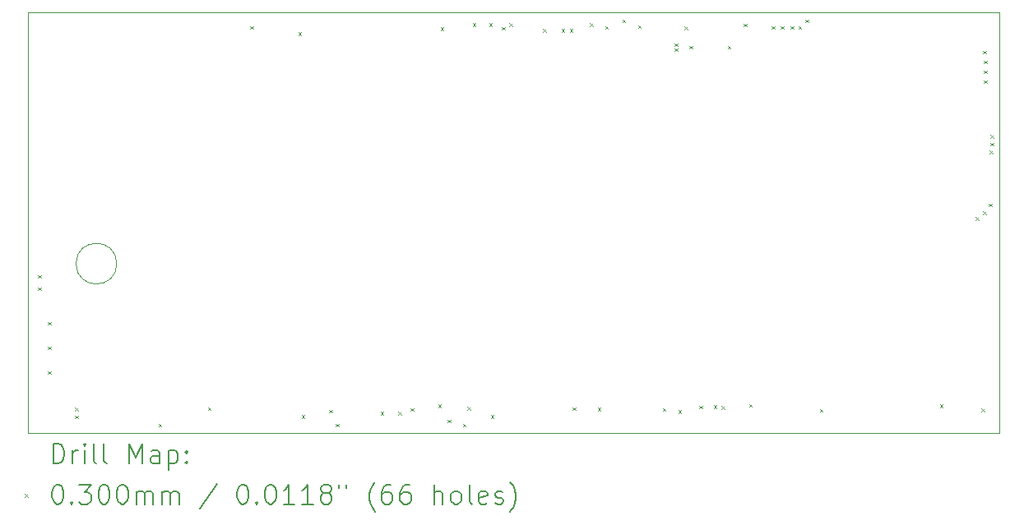
<source format=gbr>
%TF.GenerationSoftware,KiCad,Pcbnew,9.0.1*%
%TF.CreationDate,2025-06-29T19:09:28+12:00*%
%TF.ProjectId,pdp-11-colour,7064702d-3131-42d6-936f-6c6f75722e6b,rev?*%
%TF.SameCoordinates,Original*%
%TF.FileFunction,Drillmap*%
%TF.FilePolarity,Positive*%
%FSLAX45Y45*%
G04 Gerber Fmt 4.5, Leading zero omitted, Abs format (unit mm)*
G04 Created by KiCad (PCBNEW 9.0.1) date 2025-06-29 19:09:28*
%MOMM*%
%LPD*%
G01*
G04 APERTURE LIST*
%ADD10C,0.050000*%
%ADD11C,0.200000*%
%ADD12C,0.100000*%
G04 APERTURE END LIST*
D10*
X12225000Y-7792000D02*
G75*
G02*
X11805000Y-7792000I-210000J0D01*
G01*
X11805000Y-7792000D02*
G75*
G02*
X12225000Y-7792000I210000J0D01*
G01*
X21311500Y-9536245D02*
X21311500Y-5202945D01*
X11311500Y-9536245D02*
X11311500Y-5202945D01*
X21311500Y-5202945D02*
X11311500Y-5202945D01*
X11311500Y-9536245D02*
X21311500Y-9536245D01*
D11*
D12*
X11415000Y-7909800D02*
X11445000Y-7939800D01*
X11445000Y-7909800D02*
X11415000Y-7939800D01*
X11415000Y-8036800D02*
X11445000Y-8066800D01*
X11445000Y-8036800D02*
X11415000Y-8066800D01*
X11516600Y-8392400D02*
X11546600Y-8422400D01*
X11546600Y-8392400D02*
X11516600Y-8422400D01*
X11516600Y-8646400D02*
X11546600Y-8676400D01*
X11546600Y-8646400D02*
X11516600Y-8676400D01*
X11516600Y-8900400D02*
X11546600Y-8930400D01*
X11546600Y-8900400D02*
X11516600Y-8930400D01*
X11796000Y-9277600D02*
X11826000Y-9307600D01*
X11826000Y-9277600D02*
X11796000Y-9307600D01*
X11796000Y-9357600D02*
X11826000Y-9387600D01*
X11826000Y-9357600D02*
X11796000Y-9387600D01*
X12655000Y-9440000D02*
X12685000Y-9470000D01*
X12685000Y-9440000D02*
X12655000Y-9470000D01*
X13161000Y-9272000D02*
X13191000Y-9302000D01*
X13191000Y-9272000D02*
X13161000Y-9302000D01*
X13600000Y-5345000D02*
X13630000Y-5375000D01*
X13630000Y-5345000D02*
X13600000Y-5375000D01*
X14092500Y-5407500D02*
X14122500Y-5437500D01*
X14122500Y-5407500D02*
X14092500Y-5437500D01*
X14127500Y-9352500D02*
X14157500Y-9382500D01*
X14157500Y-9352500D02*
X14127500Y-9382500D01*
X14412500Y-9297500D02*
X14442500Y-9327500D01*
X14442500Y-9297500D02*
X14412500Y-9327500D01*
X14480000Y-9440000D02*
X14510000Y-9470000D01*
X14510000Y-9440000D02*
X14480000Y-9470000D01*
X14940000Y-9320000D02*
X14970000Y-9350000D01*
X14970000Y-9320000D02*
X14940000Y-9350000D01*
X15125000Y-9317500D02*
X15155000Y-9347500D01*
X15155000Y-9317500D02*
X15125000Y-9347500D01*
X15250000Y-9282500D02*
X15280000Y-9312500D01*
X15280000Y-9282500D02*
X15250000Y-9312500D01*
X15532500Y-9245000D02*
X15562500Y-9275000D01*
X15562500Y-9245000D02*
X15532500Y-9275000D01*
X15560000Y-5355955D02*
X15590000Y-5385955D01*
X15590000Y-5355955D02*
X15560000Y-5385955D01*
X15630000Y-9401145D02*
X15660000Y-9431145D01*
X15660000Y-9401145D02*
X15630000Y-9431145D01*
X15787500Y-9441245D02*
X15817500Y-9471245D01*
X15817500Y-9441245D02*
X15787500Y-9471245D01*
X15835000Y-9270000D02*
X15865000Y-9300000D01*
X15865000Y-9270000D02*
X15835000Y-9300000D01*
X15887500Y-5315855D02*
X15917500Y-5345855D01*
X15917500Y-5315855D02*
X15887500Y-5345855D01*
X16060000Y-5315855D02*
X16090000Y-5345855D01*
X16090000Y-5315855D02*
X16060000Y-5345855D01*
X16075000Y-9352500D02*
X16105000Y-9382500D01*
X16105000Y-9352500D02*
X16075000Y-9382500D01*
X16190000Y-5352500D02*
X16220000Y-5382500D01*
X16220000Y-5352500D02*
X16190000Y-5382500D01*
X16264847Y-5315855D02*
X16294847Y-5345855D01*
X16294847Y-5315855D02*
X16264847Y-5345855D01*
X16615000Y-5372500D02*
X16645000Y-5402500D01*
X16645000Y-5372500D02*
X16615000Y-5402500D01*
X16805000Y-5372500D02*
X16835000Y-5402500D01*
X16835000Y-5372500D02*
X16805000Y-5402500D01*
X16889853Y-5372500D02*
X16919853Y-5402500D01*
X16919853Y-5372500D02*
X16889853Y-5402500D01*
X16917000Y-9274000D02*
X16947000Y-9304000D01*
X16947000Y-9274000D02*
X16917000Y-9304000D01*
X17095714Y-5315855D02*
X17125714Y-5345855D01*
X17125714Y-5315855D02*
X17095714Y-5345855D01*
X17175000Y-9275000D02*
X17205000Y-9305000D01*
X17205000Y-9275000D02*
X17175000Y-9305000D01*
X17252500Y-5342500D02*
X17282500Y-5372500D01*
X17282500Y-5342500D02*
X17252500Y-5372500D01*
X17428013Y-5275755D02*
X17458013Y-5305755D01*
X17458013Y-5275755D02*
X17428013Y-5305755D01*
X17592500Y-5335755D02*
X17622500Y-5365755D01*
X17622500Y-5335755D02*
X17592500Y-5365755D01*
X17845000Y-9280845D02*
X17875000Y-9310845D01*
X17875000Y-9280845D02*
X17845000Y-9310845D01*
X17968200Y-5522200D02*
X17998200Y-5552200D01*
X17998200Y-5522200D02*
X17968200Y-5552200D01*
X17968200Y-5573000D02*
X17998200Y-5603000D01*
X17998200Y-5573000D02*
X17968200Y-5603000D01*
X18007534Y-9300964D02*
X18037534Y-9330964D01*
X18037534Y-9300964D02*
X18007534Y-9330964D01*
X18070000Y-5350000D02*
X18100000Y-5380000D01*
X18100000Y-5350000D02*
X18070000Y-5380000D01*
X18120000Y-5547600D02*
X18150000Y-5577600D01*
X18150000Y-5547600D02*
X18120000Y-5577600D01*
X18222200Y-9256000D02*
X18252200Y-9286000D01*
X18252200Y-9256000D02*
X18222200Y-9286000D01*
X18371164Y-9253239D02*
X18401164Y-9283239D01*
X18401164Y-9253239D02*
X18371164Y-9283239D01*
X18450800Y-9260864D02*
X18480800Y-9290864D01*
X18480800Y-9260864D02*
X18450800Y-9290864D01*
X18513750Y-5547600D02*
X18543750Y-5577600D01*
X18543750Y-5547600D02*
X18513750Y-5577600D01*
X18679400Y-5319000D02*
X18709400Y-5349000D01*
X18709400Y-5319000D02*
X18679400Y-5349000D01*
X18732000Y-9239000D02*
X18762000Y-9269000D01*
X18762000Y-9239000D02*
X18732000Y-9269000D01*
X18968000Y-5344400D02*
X18998000Y-5374400D01*
X18998000Y-5344400D02*
X18968000Y-5374400D01*
X19060400Y-5344400D02*
X19090400Y-5374400D01*
X19090400Y-5344400D02*
X19060400Y-5374400D01*
X19162000Y-5344400D02*
X19192000Y-5374400D01*
X19192000Y-5344400D02*
X19162000Y-5374400D01*
X19242000Y-5344400D02*
X19272000Y-5374400D01*
X19272000Y-5344400D02*
X19242000Y-5374400D01*
X19314400Y-5275755D02*
X19344400Y-5305755D01*
X19344400Y-5275755D02*
X19314400Y-5305755D01*
X19460000Y-9290000D02*
X19490000Y-9320000D01*
X19490000Y-9290000D02*
X19460000Y-9320000D01*
X20697500Y-9242500D02*
X20727500Y-9272500D01*
X20727500Y-9242500D02*
X20697500Y-9272500D01*
X21067500Y-7312707D02*
X21097500Y-7342707D01*
X21097500Y-7312707D02*
X21067500Y-7342707D01*
X21126000Y-9284000D02*
X21156000Y-9314000D01*
X21156000Y-9284000D02*
X21126000Y-9314000D01*
X21142500Y-7252707D02*
X21172500Y-7282707D01*
X21172500Y-7252707D02*
X21142500Y-7282707D01*
X21143200Y-5598400D02*
X21173200Y-5628400D01*
X21173200Y-5598400D02*
X21143200Y-5628400D01*
X21150000Y-5700000D02*
X21180000Y-5730000D01*
X21180000Y-5700000D02*
X21150000Y-5730000D01*
X21150000Y-5801600D02*
X21180000Y-5831600D01*
X21180000Y-5801600D02*
X21150000Y-5831600D01*
X21150000Y-5903200D02*
X21180000Y-5933200D01*
X21180000Y-5903200D02*
X21150000Y-5933200D01*
X21202500Y-7173200D02*
X21232500Y-7203200D01*
X21232500Y-7173200D02*
X21202500Y-7203200D01*
X21212500Y-6627500D02*
X21242500Y-6657500D01*
X21242500Y-6627500D02*
X21212500Y-6657500D01*
X21216500Y-6467599D02*
X21246500Y-6497599D01*
X21246500Y-6467599D02*
X21216500Y-6497599D01*
X21216500Y-6547600D02*
X21246500Y-6577600D01*
X21246500Y-6547600D02*
X21216500Y-6577600D01*
D11*
X11569777Y-9850229D02*
X11569777Y-9650229D01*
X11569777Y-9650229D02*
X11617396Y-9650229D01*
X11617396Y-9650229D02*
X11645967Y-9659753D01*
X11645967Y-9659753D02*
X11665015Y-9678800D01*
X11665015Y-9678800D02*
X11674539Y-9697848D01*
X11674539Y-9697848D02*
X11684062Y-9735943D01*
X11684062Y-9735943D02*
X11684062Y-9764515D01*
X11684062Y-9764515D02*
X11674539Y-9802610D01*
X11674539Y-9802610D02*
X11665015Y-9821657D01*
X11665015Y-9821657D02*
X11645967Y-9840705D01*
X11645967Y-9840705D02*
X11617396Y-9850229D01*
X11617396Y-9850229D02*
X11569777Y-9850229D01*
X11769777Y-9850229D02*
X11769777Y-9716895D01*
X11769777Y-9754991D02*
X11779301Y-9735943D01*
X11779301Y-9735943D02*
X11788824Y-9726419D01*
X11788824Y-9726419D02*
X11807872Y-9716895D01*
X11807872Y-9716895D02*
X11826920Y-9716895D01*
X11893586Y-9850229D02*
X11893586Y-9716895D01*
X11893586Y-9650229D02*
X11884062Y-9659753D01*
X11884062Y-9659753D02*
X11893586Y-9669276D01*
X11893586Y-9669276D02*
X11903110Y-9659753D01*
X11903110Y-9659753D02*
X11893586Y-9650229D01*
X11893586Y-9650229D02*
X11893586Y-9669276D01*
X12017396Y-9850229D02*
X11998348Y-9840705D01*
X11998348Y-9840705D02*
X11988824Y-9821657D01*
X11988824Y-9821657D02*
X11988824Y-9650229D01*
X12122158Y-9850229D02*
X12103110Y-9840705D01*
X12103110Y-9840705D02*
X12093586Y-9821657D01*
X12093586Y-9821657D02*
X12093586Y-9650229D01*
X12350729Y-9850229D02*
X12350729Y-9650229D01*
X12350729Y-9650229D02*
X12417396Y-9793086D01*
X12417396Y-9793086D02*
X12484062Y-9650229D01*
X12484062Y-9650229D02*
X12484062Y-9850229D01*
X12665015Y-9850229D02*
X12665015Y-9745467D01*
X12665015Y-9745467D02*
X12655491Y-9726419D01*
X12655491Y-9726419D02*
X12636443Y-9716895D01*
X12636443Y-9716895D02*
X12598348Y-9716895D01*
X12598348Y-9716895D02*
X12579301Y-9726419D01*
X12665015Y-9840705D02*
X12645967Y-9850229D01*
X12645967Y-9850229D02*
X12598348Y-9850229D01*
X12598348Y-9850229D02*
X12579301Y-9840705D01*
X12579301Y-9840705D02*
X12569777Y-9821657D01*
X12569777Y-9821657D02*
X12569777Y-9802610D01*
X12569777Y-9802610D02*
X12579301Y-9783562D01*
X12579301Y-9783562D02*
X12598348Y-9774038D01*
X12598348Y-9774038D02*
X12645967Y-9774038D01*
X12645967Y-9774038D02*
X12665015Y-9764515D01*
X12760253Y-9716895D02*
X12760253Y-9916895D01*
X12760253Y-9726419D02*
X12779301Y-9716895D01*
X12779301Y-9716895D02*
X12817396Y-9716895D01*
X12817396Y-9716895D02*
X12836443Y-9726419D01*
X12836443Y-9726419D02*
X12845967Y-9735943D01*
X12845967Y-9735943D02*
X12855491Y-9754991D01*
X12855491Y-9754991D02*
X12855491Y-9812134D01*
X12855491Y-9812134D02*
X12845967Y-9831181D01*
X12845967Y-9831181D02*
X12836443Y-9840705D01*
X12836443Y-9840705D02*
X12817396Y-9850229D01*
X12817396Y-9850229D02*
X12779301Y-9850229D01*
X12779301Y-9850229D02*
X12760253Y-9840705D01*
X12941205Y-9831181D02*
X12950729Y-9840705D01*
X12950729Y-9840705D02*
X12941205Y-9850229D01*
X12941205Y-9850229D02*
X12931682Y-9840705D01*
X12931682Y-9840705D02*
X12941205Y-9831181D01*
X12941205Y-9831181D02*
X12941205Y-9850229D01*
X12941205Y-9726419D02*
X12950729Y-9735943D01*
X12950729Y-9735943D02*
X12941205Y-9745467D01*
X12941205Y-9745467D02*
X12931682Y-9735943D01*
X12931682Y-9735943D02*
X12941205Y-9726419D01*
X12941205Y-9726419D02*
X12941205Y-9745467D01*
D12*
X11279000Y-10163745D02*
X11309000Y-10193745D01*
X11309000Y-10163745D02*
X11279000Y-10193745D01*
D11*
X11607872Y-10070229D02*
X11626920Y-10070229D01*
X11626920Y-10070229D02*
X11645967Y-10079753D01*
X11645967Y-10079753D02*
X11655491Y-10089276D01*
X11655491Y-10089276D02*
X11665015Y-10108324D01*
X11665015Y-10108324D02*
X11674539Y-10146419D01*
X11674539Y-10146419D02*
X11674539Y-10194038D01*
X11674539Y-10194038D02*
X11665015Y-10232134D01*
X11665015Y-10232134D02*
X11655491Y-10251181D01*
X11655491Y-10251181D02*
X11645967Y-10260705D01*
X11645967Y-10260705D02*
X11626920Y-10270229D01*
X11626920Y-10270229D02*
X11607872Y-10270229D01*
X11607872Y-10270229D02*
X11588824Y-10260705D01*
X11588824Y-10260705D02*
X11579301Y-10251181D01*
X11579301Y-10251181D02*
X11569777Y-10232134D01*
X11569777Y-10232134D02*
X11560253Y-10194038D01*
X11560253Y-10194038D02*
X11560253Y-10146419D01*
X11560253Y-10146419D02*
X11569777Y-10108324D01*
X11569777Y-10108324D02*
X11579301Y-10089276D01*
X11579301Y-10089276D02*
X11588824Y-10079753D01*
X11588824Y-10079753D02*
X11607872Y-10070229D01*
X11760253Y-10251181D02*
X11769777Y-10260705D01*
X11769777Y-10260705D02*
X11760253Y-10270229D01*
X11760253Y-10270229D02*
X11750729Y-10260705D01*
X11750729Y-10260705D02*
X11760253Y-10251181D01*
X11760253Y-10251181D02*
X11760253Y-10270229D01*
X11836443Y-10070229D02*
X11960253Y-10070229D01*
X11960253Y-10070229D02*
X11893586Y-10146419D01*
X11893586Y-10146419D02*
X11922158Y-10146419D01*
X11922158Y-10146419D02*
X11941205Y-10155943D01*
X11941205Y-10155943D02*
X11950729Y-10165467D01*
X11950729Y-10165467D02*
X11960253Y-10184515D01*
X11960253Y-10184515D02*
X11960253Y-10232134D01*
X11960253Y-10232134D02*
X11950729Y-10251181D01*
X11950729Y-10251181D02*
X11941205Y-10260705D01*
X11941205Y-10260705D02*
X11922158Y-10270229D01*
X11922158Y-10270229D02*
X11865015Y-10270229D01*
X11865015Y-10270229D02*
X11845967Y-10260705D01*
X11845967Y-10260705D02*
X11836443Y-10251181D01*
X12084062Y-10070229D02*
X12103110Y-10070229D01*
X12103110Y-10070229D02*
X12122158Y-10079753D01*
X12122158Y-10079753D02*
X12131682Y-10089276D01*
X12131682Y-10089276D02*
X12141205Y-10108324D01*
X12141205Y-10108324D02*
X12150729Y-10146419D01*
X12150729Y-10146419D02*
X12150729Y-10194038D01*
X12150729Y-10194038D02*
X12141205Y-10232134D01*
X12141205Y-10232134D02*
X12131682Y-10251181D01*
X12131682Y-10251181D02*
X12122158Y-10260705D01*
X12122158Y-10260705D02*
X12103110Y-10270229D01*
X12103110Y-10270229D02*
X12084062Y-10270229D01*
X12084062Y-10270229D02*
X12065015Y-10260705D01*
X12065015Y-10260705D02*
X12055491Y-10251181D01*
X12055491Y-10251181D02*
X12045967Y-10232134D01*
X12045967Y-10232134D02*
X12036443Y-10194038D01*
X12036443Y-10194038D02*
X12036443Y-10146419D01*
X12036443Y-10146419D02*
X12045967Y-10108324D01*
X12045967Y-10108324D02*
X12055491Y-10089276D01*
X12055491Y-10089276D02*
X12065015Y-10079753D01*
X12065015Y-10079753D02*
X12084062Y-10070229D01*
X12274539Y-10070229D02*
X12293586Y-10070229D01*
X12293586Y-10070229D02*
X12312634Y-10079753D01*
X12312634Y-10079753D02*
X12322158Y-10089276D01*
X12322158Y-10089276D02*
X12331682Y-10108324D01*
X12331682Y-10108324D02*
X12341205Y-10146419D01*
X12341205Y-10146419D02*
X12341205Y-10194038D01*
X12341205Y-10194038D02*
X12331682Y-10232134D01*
X12331682Y-10232134D02*
X12322158Y-10251181D01*
X12322158Y-10251181D02*
X12312634Y-10260705D01*
X12312634Y-10260705D02*
X12293586Y-10270229D01*
X12293586Y-10270229D02*
X12274539Y-10270229D01*
X12274539Y-10270229D02*
X12255491Y-10260705D01*
X12255491Y-10260705D02*
X12245967Y-10251181D01*
X12245967Y-10251181D02*
X12236443Y-10232134D01*
X12236443Y-10232134D02*
X12226920Y-10194038D01*
X12226920Y-10194038D02*
X12226920Y-10146419D01*
X12226920Y-10146419D02*
X12236443Y-10108324D01*
X12236443Y-10108324D02*
X12245967Y-10089276D01*
X12245967Y-10089276D02*
X12255491Y-10079753D01*
X12255491Y-10079753D02*
X12274539Y-10070229D01*
X12426920Y-10270229D02*
X12426920Y-10136895D01*
X12426920Y-10155943D02*
X12436443Y-10146419D01*
X12436443Y-10146419D02*
X12455491Y-10136895D01*
X12455491Y-10136895D02*
X12484063Y-10136895D01*
X12484063Y-10136895D02*
X12503110Y-10146419D01*
X12503110Y-10146419D02*
X12512634Y-10165467D01*
X12512634Y-10165467D02*
X12512634Y-10270229D01*
X12512634Y-10165467D02*
X12522158Y-10146419D01*
X12522158Y-10146419D02*
X12541205Y-10136895D01*
X12541205Y-10136895D02*
X12569777Y-10136895D01*
X12569777Y-10136895D02*
X12588824Y-10146419D01*
X12588824Y-10146419D02*
X12598348Y-10165467D01*
X12598348Y-10165467D02*
X12598348Y-10270229D01*
X12693586Y-10270229D02*
X12693586Y-10136895D01*
X12693586Y-10155943D02*
X12703110Y-10146419D01*
X12703110Y-10146419D02*
X12722158Y-10136895D01*
X12722158Y-10136895D02*
X12750729Y-10136895D01*
X12750729Y-10136895D02*
X12769777Y-10146419D01*
X12769777Y-10146419D02*
X12779301Y-10165467D01*
X12779301Y-10165467D02*
X12779301Y-10270229D01*
X12779301Y-10165467D02*
X12788824Y-10146419D01*
X12788824Y-10146419D02*
X12807872Y-10136895D01*
X12807872Y-10136895D02*
X12836443Y-10136895D01*
X12836443Y-10136895D02*
X12855491Y-10146419D01*
X12855491Y-10146419D02*
X12865015Y-10165467D01*
X12865015Y-10165467D02*
X12865015Y-10270229D01*
X13255491Y-10060705D02*
X13084063Y-10317848D01*
X13512634Y-10070229D02*
X13531682Y-10070229D01*
X13531682Y-10070229D02*
X13550729Y-10079753D01*
X13550729Y-10079753D02*
X13560253Y-10089276D01*
X13560253Y-10089276D02*
X13569777Y-10108324D01*
X13569777Y-10108324D02*
X13579301Y-10146419D01*
X13579301Y-10146419D02*
X13579301Y-10194038D01*
X13579301Y-10194038D02*
X13569777Y-10232134D01*
X13569777Y-10232134D02*
X13560253Y-10251181D01*
X13560253Y-10251181D02*
X13550729Y-10260705D01*
X13550729Y-10260705D02*
X13531682Y-10270229D01*
X13531682Y-10270229D02*
X13512634Y-10270229D01*
X13512634Y-10270229D02*
X13493586Y-10260705D01*
X13493586Y-10260705D02*
X13484063Y-10251181D01*
X13484063Y-10251181D02*
X13474539Y-10232134D01*
X13474539Y-10232134D02*
X13465015Y-10194038D01*
X13465015Y-10194038D02*
X13465015Y-10146419D01*
X13465015Y-10146419D02*
X13474539Y-10108324D01*
X13474539Y-10108324D02*
X13484063Y-10089276D01*
X13484063Y-10089276D02*
X13493586Y-10079753D01*
X13493586Y-10079753D02*
X13512634Y-10070229D01*
X13665015Y-10251181D02*
X13674539Y-10260705D01*
X13674539Y-10260705D02*
X13665015Y-10270229D01*
X13665015Y-10270229D02*
X13655491Y-10260705D01*
X13655491Y-10260705D02*
X13665015Y-10251181D01*
X13665015Y-10251181D02*
X13665015Y-10270229D01*
X13798348Y-10070229D02*
X13817396Y-10070229D01*
X13817396Y-10070229D02*
X13836444Y-10079753D01*
X13836444Y-10079753D02*
X13845967Y-10089276D01*
X13845967Y-10089276D02*
X13855491Y-10108324D01*
X13855491Y-10108324D02*
X13865015Y-10146419D01*
X13865015Y-10146419D02*
X13865015Y-10194038D01*
X13865015Y-10194038D02*
X13855491Y-10232134D01*
X13855491Y-10232134D02*
X13845967Y-10251181D01*
X13845967Y-10251181D02*
X13836444Y-10260705D01*
X13836444Y-10260705D02*
X13817396Y-10270229D01*
X13817396Y-10270229D02*
X13798348Y-10270229D01*
X13798348Y-10270229D02*
X13779301Y-10260705D01*
X13779301Y-10260705D02*
X13769777Y-10251181D01*
X13769777Y-10251181D02*
X13760253Y-10232134D01*
X13760253Y-10232134D02*
X13750729Y-10194038D01*
X13750729Y-10194038D02*
X13750729Y-10146419D01*
X13750729Y-10146419D02*
X13760253Y-10108324D01*
X13760253Y-10108324D02*
X13769777Y-10089276D01*
X13769777Y-10089276D02*
X13779301Y-10079753D01*
X13779301Y-10079753D02*
X13798348Y-10070229D01*
X14055491Y-10270229D02*
X13941206Y-10270229D01*
X13998348Y-10270229D02*
X13998348Y-10070229D01*
X13998348Y-10070229D02*
X13979301Y-10098800D01*
X13979301Y-10098800D02*
X13960253Y-10117848D01*
X13960253Y-10117848D02*
X13941206Y-10127372D01*
X14245967Y-10270229D02*
X14131682Y-10270229D01*
X14188825Y-10270229D02*
X14188825Y-10070229D01*
X14188825Y-10070229D02*
X14169777Y-10098800D01*
X14169777Y-10098800D02*
X14150729Y-10117848D01*
X14150729Y-10117848D02*
X14131682Y-10127372D01*
X14360253Y-10155943D02*
X14341206Y-10146419D01*
X14341206Y-10146419D02*
X14331682Y-10136895D01*
X14331682Y-10136895D02*
X14322158Y-10117848D01*
X14322158Y-10117848D02*
X14322158Y-10108324D01*
X14322158Y-10108324D02*
X14331682Y-10089276D01*
X14331682Y-10089276D02*
X14341206Y-10079753D01*
X14341206Y-10079753D02*
X14360253Y-10070229D01*
X14360253Y-10070229D02*
X14398348Y-10070229D01*
X14398348Y-10070229D02*
X14417396Y-10079753D01*
X14417396Y-10079753D02*
X14426920Y-10089276D01*
X14426920Y-10089276D02*
X14436444Y-10108324D01*
X14436444Y-10108324D02*
X14436444Y-10117848D01*
X14436444Y-10117848D02*
X14426920Y-10136895D01*
X14426920Y-10136895D02*
X14417396Y-10146419D01*
X14417396Y-10146419D02*
X14398348Y-10155943D01*
X14398348Y-10155943D02*
X14360253Y-10155943D01*
X14360253Y-10155943D02*
X14341206Y-10165467D01*
X14341206Y-10165467D02*
X14331682Y-10174991D01*
X14331682Y-10174991D02*
X14322158Y-10194038D01*
X14322158Y-10194038D02*
X14322158Y-10232134D01*
X14322158Y-10232134D02*
X14331682Y-10251181D01*
X14331682Y-10251181D02*
X14341206Y-10260705D01*
X14341206Y-10260705D02*
X14360253Y-10270229D01*
X14360253Y-10270229D02*
X14398348Y-10270229D01*
X14398348Y-10270229D02*
X14417396Y-10260705D01*
X14417396Y-10260705D02*
X14426920Y-10251181D01*
X14426920Y-10251181D02*
X14436444Y-10232134D01*
X14436444Y-10232134D02*
X14436444Y-10194038D01*
X14436444Y-10194038D02*
X14426920Y-10174991D01*
X14426920Y-10174991D02*
X14417396Y-10165467D01*
X14417396Y-10165467D02*
X14398348Y-10155943D01*
X14512634Y-10070229D02*
X14512634Y-10108324D01*
X14588825Y-10070229D02*
X14588825Y-10108324D01*
X14884063Y-10346419D02*
X14874539Y-10336895D01*
X14874539Y-10336895D02*
X14855491Y-10308324D01*
X14855491Y-10308324D02*
X14845968Y-10289276D01*
X14845968Y-10289276D02*
X14836444Y-10260705D01*
X14836444Y-10260705D02*
X14826920Y-10213086D01*
X14826920Y-10213086D02*
X14826920Y-10174991D01*
X14826920Y-10174991D02*
X14836444Y-10127372D01*
X14836444Y-10127372D02*
X14845968Y-10098800D01*
X14845968Y-10098800D02*
X14855491Y-10079753D01*
X14855491Y-10079753D02*
X14874539Y-10051181D01*
X14874539Y-10051181D02*
X14884063Y-10041657D01*
X15045968Y-10070229D02*
X15007872Y-10070229D01*
X15007872Y-10070229D02*
X14988825Y-10079753D01*
X14988825Y-10079753D02*
X14979301Y-10089276D01*
X14979301Y-10089276D02*
X14960253Y-10117848D01*
X14960253Y-10117848D02*
X14950729Y-10155943D01*
X14950729Y-10155943D02*
X14950729Y-10232134D01*
X14950729Y-10232134D02*
X14960253Y-10251181D01*
X14960253Y-10251181D02*
X14969777Y-10260705D01*
X14969777Y-10260705D02*
X14988825Y-10270229D01*
X14988825Y-10270229D02*
X15026920Y-10270229D01*
X15026920Y-10270229D02*
X15045968Y-10260705D01*
X15045968Y-10260705D02*
X15055491Y-10251181D01*
X15055491Y-10251181D02*
X15065015Y-10232134D01*
X15065015Y-10232134D02*
X15065015Y-10184515D01*
X15065015Y-10184515D02*
X15055491Y-10165467D01*
X15055491Y-10165467D02*
X15045968Y-10155943D01*
X15045968Y-10155943D02*
X15026920Y-10146419D01*
X15026920Y-10146419D02*
X14988825Y-10146419D01*
X14988825Y-10146419D02*
X14969777Y-10155943D01*
X14969777Y-10155943D02*
X14960253Y-10165467D01*
X14960253Y-10165467D02*
X14950729Y-10184515D01*
X15236444Y-10070229D02*
X15198348Y-10070229D01*
X15198348Y-10070229D02*
X15179301Y-10079753D01*
X15179301Y-10079753D02*
X15169777Y-10089276D01*
X15169777Y-10089276D02*
X15150729Y-10117848D01*
X15150729Y-10117848D02*
X15141206Y-10155943D01*
X15141206Y-10155943D02*
X15141206Y-10232134D01*
X15141206Y-10232134D02*
X15150729Y-10251181D01*
X15150729Y-10251181D02*
X15160253Y-10260705D01*
X15160253Y-10260705D02*
X15179301Y-10270229D01*
X15179301Y-10270229D02*
X15217396Y-10270229D01*
X15217396Y-10270229D02*
X15236444Y-10260705D01*
X15236444Y-10260705D02*
X15245968Y-10251181D01*
X15245968Y-10251181D02*
X15255491Y-10232134D01*
X15255491Y-10232134D02*
X15255491Y-10184515D01*
X15255491Y-10184515D02*
X15245968Y-10165467D01*
X15245968Y-10165467D02*
X15236444Y-10155943D01*
X15236444Y-10155943D02*
X15217396Y-10146419D01*
X15217396Y-10146419D02*
X15179301Y-10146419D01*
X15179301Y-10146419D02*
X15160253Y-10155943D01*
X15160253Y-10155943D02*
X15150729Y-10165467D01*
X15150729Y-10165467D02*
X15141206Y-10184515D01*
X15493587Y-10270229D02*
X15493587Y-10070229D01*
X15579301Y-10270229D02*
X15579301Y-10165467D01*
X15579301Y-10165467D02*
X15569777Y-10146419D01*
X15569777Y-10146419D02*
X15550730Y-10136895D01*
X15550730Y-10136895D02*
X15522158Y-10136895D01*
X15522158Y-10136895D02*
X15503110Y-10146419D01*
X15503110Y-10146419D02*
X15493587Y-10155943D01*
X15703110Y-10270229D02*
X15684063Y-10260705D01*
X15684063Y-10260705D02*
X15674539Y-10251181D01*
X15674539Y-10251181D02*
X15665015Y-10232134D01*
X15665015Y-10232134D02*
X15665015Y-10174991D01*
X15665015Y-10174991D02*
X15674539Y-10155943D01*
X15674539Y-10155943D02*
X15684063Y-10146419D01*
X15684063Y-10146419D02*
X15703110Y-10136895D01*
X15703110Y-10136895D02*
X15731682Y-10136895D01*
X15731682Y-10136895D02*
X15750730Y-10146419D01*
X15750730Y-10146419D02*
X15760253Y-10155943D01*
X15760253Y-10155943D02*
X15769777Y-10174991D01*
X15769777Y-10174991D02*
X15769777Y-10232134D01*
X15769777Y-10232134D02*
X15760253Y-10251181D01*
X15760253Y-10251181D02*
X15750730Y-10260705D01*
X15750730Y-10260705D02*
X15731682Y-10270229D01*
X15731682Y-10270229D02*
X15703110Y-10270229D01*
X15884063Y-10270229D02*
X15865015Y-10260705D01*
X15865015Y-10260705D02*
X15855491Y-10241657D01*
X15855491Y-10241657D02*
X15855491Y-10070229D01*
X16036444Y-10260705D02*
X16017396Y-10270229D01*
X16017396Y-10270229D02*
X15979301Y-10270229D01*
X15979301Y-10270229D02*
X15960253Y-10260705D01*
X15960253Y-10260705D02*
X15950730Y-10241657D01*
X15950730Y-10241657D02*
X15950730Y-10165467D01*
X15950730Y-10165467D02*
X15960253Y-10146419D01*
X15960253Y-10146419D02*
X15979301Y-10136895D01*
X15979301Y-10136895D02*
X16017396Y-10136895D01*
X16017396Y-10136895D02*
X16036444Y-10146419D01*
X16036444Y-10146419D02*
X16045968Y-10165467D01*
X16045968Y-10165467D02*
X16045968Y-10184515D01*
X16045968Y-10184515D02*
X15950730Y-10203562D01*
X16122158Y-10260705D02*
X16141206Y-10270229D01*
X16141206Y-10270229D02*
X16179301Y-10270229D01*
X16179301Y-10270229D02*
X16198349Y-10260705D01*
X16198349Y-10260705D02*
X16207872Y-10241657D01*
X16207872Y-10241657D02*
X16207872Y-10232134D01*
X16207872Y-10232134D02*
X16198349Y-10213086D01*
X16198349Y-10213086D02*
X16179301Y-10203562D01*
X16179301Y-10203562D02*
X16150730Y-10203562D01*
X16150730Y-10203562D02*
X16131682Y-10194038D01*
X16131682Y-10194038D02*
X16122158Y-10174991D01*
X16122158Y-10174991D02*
X16122158Y-10165467D01*
X16122158Y-10165467D02*
X16131682Y-10146419D01*
X16131682Y-10146419D02*
X16150730Y-10136895D01*
X16150730Y-10136895D02*
X16179301Y-10136895D01*
X16179301Y-10136895D02*
X16198349Y-10146419D01*
X16274539Y-10346419D02*
X16284063Y-10336895D01*
X16284063Y-10336895D02*
X16303111Y-10308324D01*
X16303111Y-10308324D02*
X16312634Y-10289276D01*
X16312634Y-10289276D02*
X16322158Y-10260705D01*
X16322158Y-10260705D02*
X16331682Y-10213086D01*
X16331682Y-10213086D02*
X16331682Y-10174991D01*
X16331682Y-10174991D02*
X16322158Y-10127372D01*
X16322158Y-10127372D02*
X16312634Y-10098800D01*
X16312634Y-10098800D02*
X16303111Y-10079753D01*
X16303111Y-10079753D02*
X16284063Y-10051181D01*
X16284063Y-10051181D02*
X16274539Y-10041657D01*
M02*

</source>
